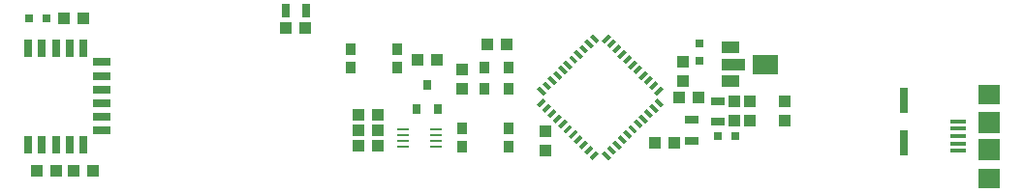
<source format=gbr>
G04 EAGLE Gerber X2 export*
%TF.Part,Single*%
%TF.FileFunction,Paste,Top*%
%TF.FilePolarity,Positive*%
%TF.GenerationSoftware,Autodesk,EAGLE,8.7.0*%
%TF.CreationDate,2018-03-15T02:38:43Z*%
G75*
%MOMM*%
%FSLAX34Y34*%
%LPD*%
%AMOC8*
5,1,8,0,0,1.08239X$1,22.5*%
G01*
%ADD10R,1.100000X1.000000*%
%ADD11R,1.000000X1.100000*%
%ADD12R,0.800000X0.800000*%
%ADD13R,1.200000X0.800000*%
%ADD14R,2.200000X1.800000*%
%ADD15R,1.500000X1.000000*%
%ADD16R,2.000000X1.000000*%
%ADD17R,0.800000X0.350000*%
%ADD18R,1.066800X0.254000*%
%ADD19R,0.650000X2.200000*%
%ADD20R,0.700000X1.500000*%
%ADD21R,1.500000X0.700000*%
%ADD22R,1.900000X1.900000*%
%ADD23R,1.350000X0.400000*%
%ADD24R,1.900000X1.800000*%
%ADD25R,0.800000X0.900000*%
%ADD26R,0.800000X1.200000*%
%ADD27R,0.900000X1.000000*%


D10*
X572634Y48768D03*
X555634Y48768D03*
D11*
X459652Y41496D03*
X459652Y58496D03*
D10*
X426076Y134620D03*
X409076Y134620D03*
X576716Y88392D03*
X593716Y88392D03*
D11*
X580644Y119752D03*
X580644Y102752D03*
D12*
X594360Y135516D03*
X594360Y120516D03*
D11*
X639064Y67700D03*
X639064Y84700D03*
D10*
X64380Y23876D03*
X47380Y23876D03*
D11*
X625348Y67700D03*
X625348Y84700D03*
D12*
X610736Y54356D03*
X625736Y54356D03*
D13*
X610616Y84692D03*
X610616Y66692D03*
D11*
X669036Y84700D03*
X669036Y67700D03*
X387604Y96148D03*
X387604Y113148D03*
D14*
X652604Y117348D03*
D15*
X621794Y132338D03*
D16*
X624334Y117348D03*
D15*
X621794Y102358D03*
D17*
G36*
X514893Y33570D02*
X509238Y39225D01*
X511713Y41700D01*
X517368Y36045D01*
X514893Y33570D01*
G37*
G36*
X519489Y38166D02*
X513834Y43821D01*
X516309Y46296D01*
X521964Y40641D01*
X519489Y38166D01*
G37*
G36*
X524086Y42762D02*
X518431Y48417D01*
X520906Y50892D01*
X526561Y45237D01*
X524086Y42762D01*
G37*
G36*
X528682Y47358D02*
X523027Y53013D01*
X525502Y55488D01*
X531157Y49833D01*
X528682Y47358D01*
G37*
G36*
X533278Y51955D02*
X527623Y57610D01*
X530098Y60085D01*
X535753Y54430D01*
X533278Y51955D01*
G37*
G36*
X537874Y56551D02*
X532219Y62206D01*
X534694Y64681D01*
X540349Y59026D01*
X537874Y56551D01*
G37*
G36*
X539290Y69277D02*
X544945Y63622D01*
X542470Y61147D01*
X536815Y66802D01*
X539290Y69277D01*
G37*
G36*
X543887Y73873D02*
X549542Y68218D01*
X547067Y65743D01*
X541412Y71398D01*
X543887Y73873D01*
G37*
G36*
X548483Y78469D02*
X554138Y72814D01*
X551663Y70339D01*
X546008Y75994D01*
X548483Y78469D01*
G37*
G36*
X553079Y83066D02*
X558734Y77411D01*
X556259Y74936D01*
X550604Y80591D01*
X553079Y83066D01*
G37*
G36*
X557675Y87662D02*
X563330Y82007D01*
X560855Y79532D01*
X555200Y85187D01*
X557675Y87662D01*
G37*
G36*
X563330Y95793D02*
X557675Y90138D01*
X555200Y92613D01*
X560855Y98268D01*
X563330Y95793D01*
G37*
G36*
X558734Y100389D02*
X553079Y94734D01*
X550604Y97209D01*
X556259Y102864D01*
X558734Y100389D01*
G37*
G36*
X554138Y104986D02*
X548483Y99331D01*
X546008Y101806D01*
X551663Y107461D01*
X554138Y104986D01*
G37*
G36*
X549542Y109582D02*
X543887Y103927D01*
X541412Y106402D01*
X547067Y112057D01*
X549542Y109582D01*
G37*
G36*
X544945Y114178D02*
X539290Y108523D01*
X536815Y110998D01*
X542470Y116653D01*
X544945Y114178D01*
G37*
G36*
X540349Y118774D02*
X534694Y113119D01*
X532219Y115594D01*
X537874Y121249D01*
X540349Y118774D01*
G37*
G36*
X527623Y120190D02*
X533278Y125845D01*
X535753Y123370D01*
X530098Y117715D01*
X527623Y120190D01*
G37*
G36*
X523027Y124787D02*
X528682Y130442D01*
X531157Y127967D01*
X525502Y122312D01*
X523027Y124787D01*
G37*
G36*
X518431Y129383D02*
X524086Y135038D01*
X526561Y132563D01*
X520906Y126908D01*
X518431Y129383D01*
G37*
G36*
X513834Y133979D02*
X519489Y139634D01*
X521964Y137159D01*
X516309Y131504D01*
X513834Y133979D01*
G37*
G36*
X509238Y138575D02*
X514893Y144230D01*
X517368Y141755D01*
X511713Y136100D01*
X509238Y138575D01*
G37*
G36*
X501107Y144230D02*
X506762Y138575D01*
X504287Y136100D01*
X498632Y141755D01*
X501107Y144230D01*
G37*
G36*
X496511Y139634D02*
X502166Y133979D01*
X499691Y131504D01*
X494036Y137159D01*
X496511Y139634D01*
G37*
G36*
X491914Y135038D02*
X497569Y129383D01*
X495094Y126908D01*
X489439Y132563D01*
X491914Y135038D01*
G37*
G36*
X487318Y130442D02*
X492973Y124787D01*
X490498Y122312D01*
X484843Y127967D01*
X487318Y130442D01*
G37*
G36*
X482722Y125845D02*
X488377Y120190D01*
X485902Y117715D01*
X480247Y123370D01*
X482722Y125845D01*
G37*
G36*
X478126Y121249D02*
X483781Y115594D01*
X481306Y113119D01*
X475651Y118774D01*
X478126Y121249D01*
G37*
G36*
X476710Y108523D02*
X471055Y114178D01*
X473530Y116653D01*
X479185Y110998D01*
X476710Y108523D01*
G37*
G36*
X472113Y103927D02*
X466458Y109582D01*
X468933Y112057D01*
X474588Y106402D01*
X472113Y103927D01*
G37*
G36*
X467517Y99331D02*
X461862Y104986D01*
X464337Y107461D01*
X469992Y101806D01*
X467517Y99331D01*
G37*
G36*
X462921Y94734D02*
X457266Y100389D01*
X459741Y102864D01*
X465396Y97209D01*
X462921Y94734D01*
G37*
G36*
X458325Y90138D02*
X452670Y95793D01*
X455145Y98268D01*
X460800Y92613D01*
X458325Y90138D01*
G37*
G36*
X452670Y82007D02*
X458325Y87662D01*
X460800Y85187D01*
X455145Y79532D01*
X452670Y82007D01*
G37*
G36*
X457266Y77411D02*
X462921Y83066D01*
X465396Y80591D01*
X459741Y74936D01*
X457266Y77411D01*
G37*
G36*
X461862Y72814D02*
X467517Y78469D01*
X469992Y75994D01*
X464337Y70339D01*
X461862Y72814D01*
G37*
G36*
X466458Y68218D02*
X472113Y73873D01*
X474588Y71398D01*
X468933Y65743D01*
X466458Y68218D01*
G37*
G36*
X471055Y63622D02*
X476710Y69277D01*
X479185Y66802D01*
X473530Y61147D01*
X471055Y63622D01*
G37*
G36*
X475651Y59026D02*
X481306Y64681D01*
X483781Y62206D01*
X478126Y56551D01*
X475651Y59026D01*
G37*
G36*
X488377Y57610D02*
X482722Y51955D01*
X480247Y54430D01*
X485902Y60085D01*
X488377Y57610D01*
G37*
G36*
X492973Y53013D02*
X487318Y47358D01*
X484843Y49833D01*
X490498Y55488D01*
X492973Y53013D01*
G37*
G36*
X497569Y48417D02*
X491914Y42762D01*
X489439Y45237D01*
X495094Y50892D01*
X497569Y48417D01*
G37*
G36*
X502166Y43821D02*
X496511Y38166D01*
X494036Y40641D01*
X499691Y46296D01*
X502166Y43821D01*
G37*
G36*
X506762Y39225D02*
X501107Y33570D01*
X498632Y36045D01*
X504287Y41700D01*
X506762Y39225D01*
G37*
D10*
X365116Y121412D03*
X348116Y121412D03*
D13*
X587756Y50436D03*
X587756Y68436D03*
D18*
X335788Y60452D03*
X335788Y55372D03*
X335788Y50292D03*
X335788Y45212D03*
X364236Y45212D03*
X364236Y50292D03*
X364236Y55372D03*
X364236Y60452D03*
D10*
X296808Y72644D03*
X313808Y72644D03*
X313300Y45720D03*
X296300Y45720D03*
X296300Y59436D03*
X313300Y59436D03*
D19*
X773144Y48548D03*
X773144Y85548D03*
D20*
X8184Y46696D03*
X20184Y46696D03*
X32184Y46696D03*
X44184Y46696D03*
X56184Y46696D03*
D21*
X72684Y59196D03*
X72684Y71196D03*
X72684Y83196D03*
X72684Y95196D03*
X72684Y107196D03*
X72684Y119196D03*
D20*
X56184Y131696D03*
X44184Y131696D03*
X32184Y131696D03*
X20184Y131696D03*
X8184Y131696D03*
D22*
X847852Y66356D03*
D23*
X821102Y54356D03*
X821102Y47856D03*
X821102Y67356D03*
X821102Y60856D03*
D24*
X847852Y17506D03*
X847852Y91206D03*
D23*
X821102Y41356D03*
D22*
X847852Y42356D03*
D25*
X347116Y77884D03*
X366116Y77884D03*
X356616Y98884D03*
D10*
X39252Y157480D03*
X56252Y157480D03*
D12*
X23756Y157480D03*
X8756Y157480D03*
D10*
X15376Y23876D03*
X32376Y23876D03*
X233308Y148844D03*
X250308Y148844D03*
D26*
X232808Y164084D03*
X250808Y164084D03*
D27*
X406568Y95656D03*
X427568Y95656D03*
X427568Y114656D03*
X406568Y114656D03*
X289888Y130428D03*
X289888Y114428D03*
X330888Y114428D03*
X330888Y130428D03*
X386916Y61340D03*
X386916Y45340D03*
X427916Y45340D03*
X427916Y61340D03*
M02*

</source>
